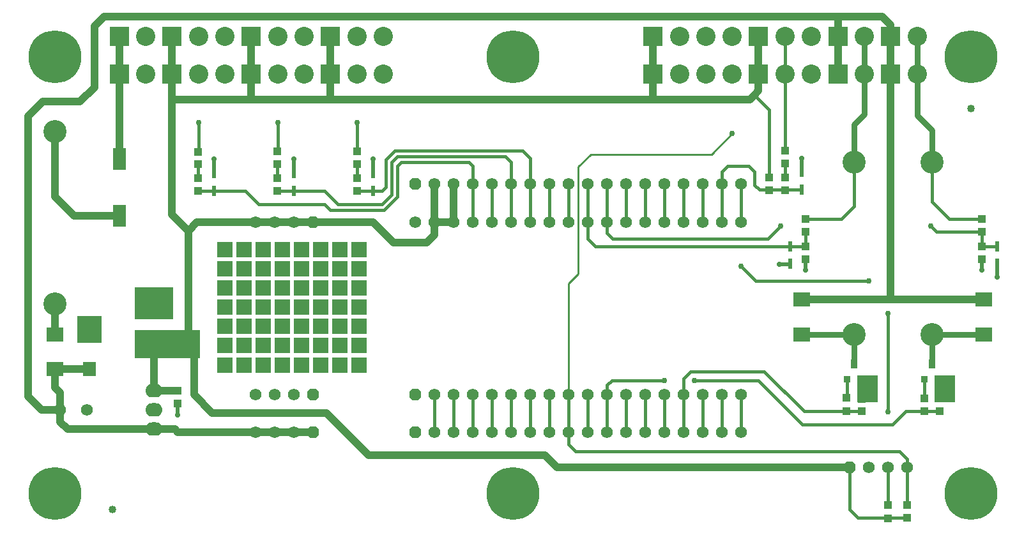
<source format=gtl>
G04*
G04 #@! TF.GenerationSoftware,Altium Limited,Altium Designer,18.1.7 (191)*
G04*
G04 Layer_Physical_Order=1*
G04 Layer_Color=255*
%FSLAX23Y23*%
%MOIN*%
G70*
G01*
G75*
%ADD10C,0.010*%
%ADD35R,0.022X0.057*%
%ADD36R,0.039X0.043*%
%ADD37R,0.091X0.075*%
%ADD38R,0.066X0.075*%
%ADD39R,0.036X0.050*%
%ADD40R,0.036X0.036*%
%ADD41C,0.040*%
%ADD42R,0.071X0.118*%
%ADD43R,0.063X0.138*%
%ADD44C,0.016*%
%ADD45C,0.020*%
%ADD46C,0.040*%
%ADD47C,0.030*%
%ADD48R,0.340X0.150*%
%ADD49R,0.130X0.140*%
%ADD50R,0.200X0.165*%
%ADD51R,0.110X0.140*%
%ADD52R,0.105X0.140*%
%ADD53R,0.080X0.080*%
%ADD54P,0.067X8X202.5*%
%ADD55C,0.062*%
%ADD56C,0.120*%
%ADD57C,0.100*%
%ADD58R,0.100X0.100*%
%ADD59C,0.276*%
%ADD60O,0.090X0.070*%
%ADD61C,0.030*%
%ADD62C,0.028*%
D10*
X26758Y6428D02*
Y6430D01*
X26650Y6320D02*
X26758Y6428D01*
X26020Y6320D02*
X26650D01*
X25955Y6255D02*
X26020Y6320D01*
X25955Y5695D02*
Y6255D01*
X25905Y5645D02*
X25955Y5695D01*
X25905Y5065D02*
Y5645D01*
D35*
X24885Y6130D02*
D03*
Y6223D02*
D03*
X24470Y6130D02*
D03*
Y6223D02*
D03*
X27120Y6135D02*
D03*
Y6228D02*
D03*
X27060Y5840D02*
D03*
Y5747D02*
D03*
X28140Y5840D02*
D03*
Y5747D02*
D03*
X24055Y6223D02*
D03*
Y6130D02*
D03*
D36*
X24800Y6268D02*
D03*
Y6335D02*
D03*
X24385Y6268D02*
D03*
Y6335D02*
D03*
X27035Y6273D02*
D03*
Y6340D02*
D03*
X23865Y5085D02*
D03*
Y5018D02*
D03*
X27840Y4978D02*
D03*
Y5045D02*
D03*
X27435Y4977D02*
D03*
Y5043D02*
D03*
X28060Y5840D02*
D03*
Y5773D02*
D03*
X27140Y5982D02*
D03*
Y5915D02*
D03*
X27355Y5047D02*
D03*
Y4980D02*
D03*
X28060Y5982D02*
D03*
Y5915D02*
D03*
X27760Y5045D02*
D03*
Y4978D02*
D03*
X27570Y4487D02*
D03*
Y4420D02*
D03*
X27670Y4488D02*
D03*
Y4422D02*
D03*
X27140Y5840D02*
D03*
Y5773D02*
D03*
X26950Y6133D02*
D03*
Y6200D02*
D03*
X23970Y6333D02*
D03*
Y6267D02*
D03*
X24800Y6128D02*
D03*
Y6195D02*
D03*
X24385Y6128D02*
D03*
Y6195D02*
D03*
X23970Y6128D02*
D03*
Y6195D02*
D03*
X27035Y6133D02*
D03*
Y6200D02*
D03*
D37*
X23225Y5380D02*
D03*
Y5199D02*
D03*
X28070Y5561D02*
D03*
Y5380D02*
D03*
X27120Y5561D02*
D03*
Y5380D02*
D03*
D38*
X23405D02*
D03*
Y5199D02*
D03*
D39*
X27800Y5225D02*
D03*
X27395D02*
D03*
D40*
X27837Y5145D02*
D03*
X27762D02*
D03*
X27357D02*
D03*
X27432D02*
D03*
D41*
X23525Y4465D02*
D03*
X28005Y6560D02*
D03*
D42*
X23560Y6295D02*
D03*
Y6000D02*
D03*
D43*
X23740Y5330D02*
D03*
Y5543D02*
D03*
D44*
X27570Y4975D02*
Y5480D01*
X27035Y6200D02*
Y6273D01*
Y6340D02*
Y6934D01*
X27034Y6935D02*
X27035Y6934D01*
X26873Y6628D02*
X26950Y6551D01*
Y6200D02*
Y6551D01*
X26900Y6135D02*
X27120D01*
X26705Y6165D02*
Y6230D01*
X26735Y6260D01*
X26845D01*
X26875Y6230D01*
Y6160D02*
Y6230D01*
Y6160D02*
X26900Y6135D01*
X27355Y5047D02*
X27357Y5049D01*
Y5145D01*
X27760Y5045D02*
X27762Y5047D01*
Y5145D01*
X26805Y5735D02*
X26880Y5660D01*
X27470D01*
X27670Y4685D02*
Y4730D01*
X27630Y4770D02*
X27670Y4730D01*
X25940Y4770D02*
X27630D01*
X25905Y4805D02*
X25940Y4770D01*
X25905Y4805D02*
Y4870D01*
X27413Y4422D02*
X27670D01*
X27370Y4465D02*
X27413Y4422D01*
X27370Y4465D02*
Y4685D01*
X27670Y4488D02*
Y4685D01*
X27570Y4487D02*
Y4685D01*
X26105Y5065D02*
Y5115D01*
X26130Y5140D01*
X26405D01*
X26540Y5185D02*
X26925D01*
X26505Y5065D02*
Y5150D01*
X26540Y5185D01*
X27760Y4978D02*
X27840D01*
X27663D02*
X27760D01*
X26560Y5140D02*
X26895D01*
X27125Y4910D01*
X27595D01*
X27663Y4978D01*
X27133Y4977D02*
X27435D01*
X26925Y5185D02*
X27133Y4977D01*
X27890Y5982D02*
X28060D01*
X27800Y6072D02*
X27890Y5982D01*
X27800Y6072D02*
Y6280D01*
X27140Y5982D02*
X27327D01*
X27395Y6050D01*
Y6280D01*
X28060Y5840D02*
X28140D01*
X28060D02*
Y5915D01*
X27825D02*
X28060D01*
X27795Y5945D02*
X27825Y5915D01*
X26945Y5880D02*
X27010Y5945D01*
X26135Y5880D02*
X26945D01*
X26105Y5910D02*
X26135Y5880D01*
X26105Y5910D02*
Y5965D01*
X27140Y5840D02*
Y5915D01*
X27060Y5840D02*
X27140D01*
X26045D02*
X27060D01*
X26005Y5880D02*
X26045Y5840D01*
X26005Y5880D02*
Y5965D01*
X26805Y4870D02*
Y5065D01*
X26705Y4870D02*
Y5065D01*
X26605Y4870D02*
Y5065D01*
X26505Y4870D02*
Y5065D01*
X26405Y4870D02*
Y5065D01*
X26305Y4870D02*
Y5065D01*
X26205Y4870D02*
Y5065D01*
X26105Y4870D02*
Y5065D01*
X26005Y4870D02*
Y5065D01*
X25905Y4870D02*
Y5065D01*
X25805Y4870D02*
Y5065D01*
X25705Y4870D02*
Y5065D01*
X25605Y4870D02*
Y5065D01*
X25505Y4870D02*
Y5065D01*
X25405Y4870D02*
Y5065D01*
X25305Y4870D02*
Y5065D01*
X25205Y4870D02*
Y5065D01*
X26805Y5965D02*
Y6165D01*
X26705Y5965D02*
Y6165D01*
X26605Y5965D02*
Y6165D01*
X26505Y5965D02*
Y6165D01*
X26405Y5965D02*
Y6165D01*
X26305Y5965D02*
Y6165D01*
X26205Y5965D02*
Y6165D01*
X26105Y5965D02*
Y6165D01*
X26005Y5965D02*
Y6165D01*
X25905Y5965D02*
Y6165D01*
X25805Y5965D02*
Y6165D01*
X25705Y5965D02*
Y6165D01*
X25605Y5965D02*
Y6165D01*
X25505Y5965D02*
Y6165D01*
X25405Y5965D02*
Y6165D01*
X25665Y6340D02*
X25705Y6300D01*
X24997Y6340D02*
X25665D01*
X24950Y6293D02*
X24997Y6340D01*
X25405Y6165D02*
Y6260D01*
X25385Y6280D02*
X25405Y6260D01*
X25030Y6280D02*
X25385D01*
X25010Y6260D02*
X25030Y6280D01*
X25010Y6100D02*
Y6260D01*
X24940Y6030D02*
X25010Y6100D01*
X24660Y6030D02*
X24940D01*
X24630Y6060D02*
X24660Y6030D01*
X24289Y6060D02*
X24630D01*
X24219Y6130D02*
X24289Y6060D01*
X24055Y6130D02*
X24219D01*
X25605Y6165D02*
Y6280D01*
X25575Y6310D02*
X25605Y6280D01*
X25010Y6310D02*
X25575D01*
X24980Y6280D02*
X25010Y6310D01*
X24980Y6110D02*
Y6280D01*
X24930Y6060D02*
X24980Y6110D01*
X24700Y6060D02*
X24930D01*
X24630Y6130D02*
X24700Y6060D01*
X24470Y6130D02*
X24630D01*
X25705Y6165D02*
Y6300D01*
X24950Y6150D02*
Y6293D01*
X24930Y6130D02*
X24950Y6150D01*
X24885Y6130D02*
X24930D01*
X23970Y6195D02*
Y6267D01*
X24385Y6195D02*
Y6268D01*
X24800Y6195D02*
Y6268D01*
X24883Y6128D02*
X24885Y6130D01*
X24800Y6128D02*
X24883D01*
X24468D02*
X24470Y6130D01*
X24385Y6128D02*
X24468D01*
X24053D02*
X24055Y6130D01*
X23970Y6128D02*
X24053D01*
X24800Y6335D02*
Y6485D01*
X24385Y6335D02*
X24387Y6337D01*
Y6485D01*
X23970Y6333D02*
X23973Y6337D01*
Y6485D01*
D45*
X28140Y5680D02*
Y5747D01*
X28060Y5715D02*
Y5773D01*
X27140Y5715D02*
Y5773D01*
X27058Y5745D02*
X27060Y5747D01*
X27005Y5745D02*
X27058D01*
X27120Y6228D02*
Y6300D01*
X24885Y6223D02*
Y6295D01*
X24470Y6223D02*
Y6295D01*
X24055Y6223D02*
Y6295D01*
X23865Y4960D02*
Y5018D01*
D46*
X23740Y5085D02*
X23865D01*
X26873Y6628D02*
X26896Y6651D01*
X26850Y6605D02*
X26873Y6628D01*
X24470Y4870D02*
X24570D01*
X24370D02*
X24470D01*
X24270D02*
X24370D01*
X23865D02*
X24270D01*
X23850Y4885D02*
X23865Y4870D01*
X23740Y4885D02*
X23850D01*
X24045Y4970D02*
X24640D01*
X23950Y5065D02*
X24045Y4970D01*
X23950Y5065D02*
Y5300D01*
X23920Y5330D02*
X23950Y5300D01*
X23740Y5330D02*
X23920D01*
Y5920D01*
X25845Y4685D02*
X27370D01*
X24640Y4970D02*
X24860Y4750D01*
X25780D01*
X25845Y4685D01*
X25205Y5965D02*
X25305D01*
Y6165D01*
X25205Y5965D02*
Y6165D01*
Y5900D02*
Y5965D01*
X25165Y5860D02*
X25205Y5900D01*
X24990Y5860D02*
X25165D01*
X24885Y5965D02*
X24990Y5860D01*
X24570Y5965D02*
X24885D01*
X23836Y6004D02*
X23920Y5920D01*
X24470Y5965D02*
X24570D01*
X24370D02*
X24470D01*
X24270D02*
X24370D01*
X23965D02*
X24270D01*
X23920Y5920D02*
X23965Y5965D01*
X24665Y6605D02*
X26345D01*
X24245D02*
X24665D01*
X24662Y6608D02*
X24665Y6605D01*
X24662Y6608D02*
Y6738D01*
X23836Y6605D02*
X24245D01*
X24249Y6609D01*
Y6738D01*
X26345Y6605D02*
X26850D01*
X26345D02*
Y6738D01*
X23836Y6605D02*
Y6738D01*
Y6004D02*
Y6605D01*
X26896Y6651D02*
Y6738D01*
X28068Y5561D02*
X28069Y5560D01*
X27585Y5561D02*
X28068D01*
X27585D02*
Y6738D01*
X27120Y5561D02*
X27585D01*
X28069Y5560D02*
X28070Y5561D01*
X27310Y7040D02*
X27540D01*
X23480D02*
X27310D01*
X27310Y6935D02*
Y7040D01*
Y6738D02*
Y6935D01*
Y7040D02*
X27310Y7040D01*
X23160Y6595D02*
X23355D01*
X23085Y6520D02*
X23160Y6595D01*
X23085Y5055D02*
Y6520D01*
X27585Y6935D02*
Y6995D01*
Y6738D02*
Y6935D01*
X23155Y4985D02*
X23252D01*
X23085Y5055D02*
X23155Y4985D01*
X23355Y6595D02*
X23430Y6670D01*
Y6990D01*
X23480Y7040D01*
X27540D02*
X27585Y6995D01*
X24249Y6738D02*
Y6935D01*
X24662Y6738D02*
Y6935D01*
X26345Y6738D02*
Y6935D01*
X26896Y6738D02*
Y6935D01*
X23836Y6738D02*
Y6935D01*
X23740Y5085D02*
Y5330D01*
X23290Y4885D02*
X23740D01*
X23252Y4923D02*
X23290Y4885D01*
X23252Y4923D02*
Y4985D01*
Y5075D01*
X23225Y5102D02*
X23252Y5075D01*
X23225Y5102D02*
Y5199D01*
X23405D01*
X23225Y5380D02*
Y5540D01*
Y6100D02*
Y6440D01*
Y6100D02*
X23325Y6000D01*
X23560D01*
Y6738D02*
Y6935D01*
Y6295D02*
Y6738D01*
D47*
X27120Y5380D02*
X27395D01*
X27800D02*
X28070D01*
X27723Y6738D02*
Y6935D01*
Y6522D02*
Y6738D01*
X27800Y6280D02*
Y6445D01*
X27723Y6522D02*
X27800Y6445D01*
X27447Y6738D02*
Y6935D01*
Y6527D02*
Y6738D01*
X27395Y6475D02*
X27447Y6527D01*
X27395Y6280D02*
Y6475D01*
X27800Y5225D02*
Y5380D01*
X27395Y5225D02*
Y5380D01*
D48*
X23810Y5330D02*
D03*
D49*
X23405Y5405D02*
D03*
D50*
X23740Y5543D02*
D03*
D51*
X27465Y5095D02*
D03*
D52*
X27868D02*
D03*
D53*
X24110Y5821D02*
D03*
X24210D02*
D03*
X24310D02*
D03*
X24410D02*
D03*
Y5721D02*
D03*
X24310D02*
D03*
X24210D02*
D03*
X24110D02*
D03*
X24410Y5621D02*
D03*
X24310D02*
D03*
X24210D02*
D03*
X24110D02*
D03*
X24410Y5521D02*
D03*
X24310D02*
D03*
X24210D02*
D03*
X24110D02*
D03*
X24410Y5421D02*
D03*
X24310D02*
D03*
X24210D02*
D03*
X24110D02*
D03*
X24410Y5321D02*
D03*
X24310D02*
D03*
X24210D02*
D03*
X24110D02*
D03*
X24410Y5220D02*
D03*
X24310D02*
D03*
X24210D02*
D03*
X24110D02*
D03*
X24510D02*
D03*
X24610D02*
D03*
X24710D02*
D03*
X24810D02*
D03*
X24510Y5321D02*
D03*
X24610D02*
D03*
X24710D02*
D03*
X24810D02*
D03*
X24510Y5421D02*
D03*
X24610D02*
D03*
X24710D02*
D03*
X24810D02*
D03*
X24510Y5521D02*
D03*
X24610D02*
D03*
X24710D02*
D03*
X24810D02*
D03*
X24510Y5621D02*
D03*
X24610D02*
D03*
X24710D02*
D03*
X24810D02*
D03*
X24510Y5721D02*
D03*
X24610D02*
D03*
X24710D02*
D03*
X24810D02*
D03*
Y5821D02*
D03*
X24710D02*
D03*
X24610D02*
D03*
X24510D02*
D03*
D54*
X24570Y5965D02*
D03*
Y5065D02*
D03*
Y4870D02*
D03*
X25105D02*
D03*
Y6165D02*
D03*
X27370Y4685D02*
D03*
X25105Y5065D02*
D03*
D55*
X24470Y5965D02*
D03*
X24370D02*
D03*
X24270D02*
D03*
X24470Y5065D02*
D03*
X24370D02*
D03*
X24270D02*
D03*
X24470Y4870D02*
D03*
X24370D02*
D03*
X24270D02*
D03*
X25205D02*
D03*
X25305D02*
D03*
X25405D02*
D03*
X25505D02*
D03*
X25605D02*
D03*
X25705D02*
D03*
X25805D02*
D03*
X25905D02*
D03*
X26005D02*
D03*
X26105D02*
D03*
X26205D02*
D03*
X26305D02*
D03*
X26405D02*
D03*
X26505D02*
D03*
X26605D02*
D03*
X26705D02*
D03*
X26805D02*
D03*
X25205Y6165D02*
D03*
X25305D02*
D03*
X25405D02*
D03*
X25505D02*
D03*
X25605D02*
D03*
X25705D02*
D03*
X25805D02*
D03*
X25905D02*
D03*
X26005D02*
D03*
X26105D02*
D03*
X26205D02*
D03*
X26305D02*
D03*
X26405D02*
D03*
X26505D02*
D03*
X26605D02*
D03*
X26705D02*
D03*
X26805D02*
D03*
X27670Y4685D02*
D03*
X27570D02*
D03*
X27470D02*
D03*
X26505Y5965D02*
D03*
X26405D02*
D03*
X26305D02*
D03*
X26205D02*
D03*
X26105D02*
D03*
X26005D02*
D03*
X25905D02*
D03*
X25805D02*
D03*
X25205D02*
D03*
X25305D02*
D03*
X25405D02*
D03*
X25505D02*
D03*
X25605D02*
D03*
X25705D02*
D03*
X26605D02*
D03*
X26705D02*
D03*
X26805D02*
D03*
Y5065D02*
D03*
X26705D02*
D03*
X26605D02*
D03*
X25705D02*
D03*
X25605D02*
D03*
X25505D02*
D03*
X25405D02*
D03*
X25305D02*
D03*
X25205D02*
D03*
X25805D02*
D03*
X25905D02*
D03*
X26005D02*
D03*
X26105D02*
D03*
X26205D02*
D03*
X26305D02*
D03*
X26405D02*
D03*
X26505D02*
D03*
X25105Y5965D02*
D03*
X23252Y4985D02*
D03*
X23390D02*
D03*
D56*
X27395Y5380D02*
D03*
Y6280D02*
D03*
X27800Y5380D02*
D03*
Y6280D02*
D03*
X23225Y6440D02*
D03*
Y5540D02*
D03*
D57*
X27723Y6935D02*
D03*
Y6738D02*
D03*
X27447Y6935D02*
D03*
Y6738D02*
D03*
X26483Y6935D02*
D03*
X26621D02*
D03*
Y6738D02*
D03*
X26483D02*
D03*
X26758D02*
D03*
Y6935D02*
D03*
X23698D02*
D03*
Y6738D02*
D03*
X27034D02*
D03*
X27172D02*
D03*
Y6935D02*
D03*
X27034D02*
D03*
X24800Y6738D02*
D03*
X24938D02*
D03*
Y6935D02*
D03*
X24800D02*
D03*
X24387Y6738D02*
D03*
X24525D02*
D03*
Y6935D02*
D03*
X24387D02*
D03*
X23973Y6738D02*
D03*
X24111D02*
D03*
Y6935D02*
D03*
X23973D02*
D03*
D58*
X27585D02*
D03*
Y6738D02*
D03*
X27310Y6935D02*
D03*
Y6738D02*
D03*
X26345Y6935D02*
D03*
Y6738D02*
D03*
X23560Y6935D02*
D03*
Y6738D02*
D03*
X26896D02*
D03*
Y6935D02*
D03*
X24662Y6738D02*
D03*
Y6935D02*
D03*
X24249Y6738D02*
D03*
Y6935D02*
D03*
X23836Y6738D02*
D03*
Y6935D02*
D03*
D59*
X25615Y6830D02*
D03*
X28005Y4550D02*
D03*
Y6830D02*
D03*
X25615Y4550D02*
D03*
X23225D02*
D03*
Y6830D02*
D03*
D60*
X23740Y4985D02*
D03*
Y4885D02*
D03*
Y5085D02*
D03*
D61*
X27570Y5490D02*
D03*
Y4975D02*
D03*
X26805Y5735D02*
D03*
X27470Y5660D02*
D03*
X26405Y5140D02*
D03*
X26560D02*
D03*
X27795Y5945D02*
D03*
X27010D02*
D03*
X26758Y6430D02*
D03*
X24800Y6485D02*
D03*
X24387D02*
D03*
X23973D02*
D03*
D62*
X23865Y4960D02*
D03*
X28140Y5680D02*
D03*
X28060Y5715D02*
D03*
X27885Y5145D02*
D03*
X27840Y5100D02*
D03*
X27895Y5045D02*
D03*
X27490D02*
D03*
X27430Y5100D02*
D03*
X27480Y5145D02*
D03*
X27005Y5745D02*
D03*
X27140Y5715D02*
D03*
X27120Y6300D02*
D03*
X24885Y6295D02*
D03*
X24470D02*
D03*
X24055D02*
D03*
X23380Y5445D02*
D03*
X23430D02*
D03*
X23680Y5500D02*
D03*
Y5540D02*
D03*
Y5580D02*
D03*
X23800D02*
D03*
X23799Y5500D02*
D03*
X23800Y5540D02*
D03*
M02*

</source>
